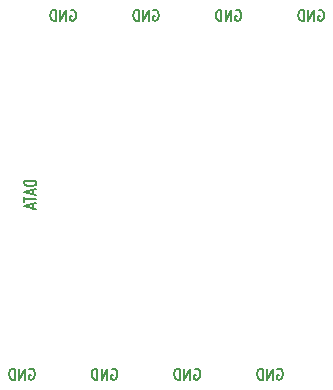
<source format=gbr>
G04 #@! TF.GenerationSoftware,KiCad,Pcbnew,(5.1.9)-1*
G04 #@! TF.CreationDate,2021-03-27T20:31:15-07:00*
G04 #@! TF.ProjectId,nibelung,6e696265-6c75-46e6-972e-6b696361645f,rev?*
G04 #@! TF.SameCoordinates,PX621abf0PY7065700*
G04 #@! TF.FileFunction,Other,ECO2*
%FSLAX46Y46*%
G04 Gerber Fmt 4.6, Leading zero omitted, Abs format (unit mm)*
G04 Created by KiCad (PCBNEW (5.1.9)-1) date 2021-03-27 20:31:15*
%MOMM*%
%LPD*%
G01*
G04 APERTURE LIST*
%ADD10C,0.190500*%
G04 APERTURE END LIST*
D10*
X9649276Y31851600D02*
X9726685Y31895143D01*
X9842800Y31895143D01*
X9958914Y31851600D01*
X10036323Y31764515D01*
X10075028Y31677429D01*
X10113733Y31503258D01*
X10113733Y31372629D01*
X10075028Y31198458D01*
X10036323Y31111372D01*
X9958914Y31024286D01*
X9842800Y30980743D01*
X9765390Y30980743D01*
X9649276Y31024286D01*
X9610571Y31067829D01*
X9610571Y31372629D01*
X9765390Y31372629D01*
X9262228Y30980743D02*
X9262228Y31895143D01*
X8797771Y30980743D01*
X8797771Y31895143D01*
X8410723Y30980743D02*
X8410723Y31895143D01*
X8217200Y31895143D01*
X8101085Y31851600D01*
X8023676Y31764515D01*
X7984971Y31677429D01*
X7946266Y31503258D01*
X7946266Y31372629D01*
X7984971Y31198458D01*
X8023676Y31111372D01*
X8101085Y31024286D01*
X8217200Y30980743D01*
X8410723Y30980743D01*
X16649276Y31851600D02*
X16726685Y31895143D01*
X16842800Y31895143D01*
X16958914Y31851600D01*
X17036323Y31764515D01*
X17075028Y31677429D01*
X17113733Y31503258D01*
X17113733Y31372629D01*
X17075028Y31198458D01*
X17036323Y31111372D01*
X16958914Y31024286D01*
X16842800Y30980743D01*
X16765390Y30980743D01*
X16649276Y31024286D01*
X16610571Y31067829D01*
X16610571Y31372629D01*
X16765390Y31372629D01*
X16262228Y30980743D02*
X16262228Y31895143D01*
X15797771Y30980743D01*
X15797771Y31895143D01*
X15410723Y30980743D02*
X15410723Y31895143D01*
X15217200Y31895143D01*
X15101085Y31851600D01*
X15023676Y31764515D01*
X14984971Y31677429D01*
X14946266Y31503258D01*
X14946266Y31372629D01*
X14984971Y31198458D01*
X15023676Y31111372D01*
X15101085Y31024286D01*
X15217200Y30980743D01*
X15410723Y30980743D01*
X23649276Y31851600D02*
X23726685Y31895143D01*
X23842800Y31895143D01*
X23958914Y31851600D01*
X24036323Y31764515D01*
X24075028Y31677429D01*
X24113733Y31503258D01*
X24113733Y31372629D01*
X24075028Y31198458D01*
X24036323Y31111372D01*
X23958914Y31024286D01*
X23842800Y30980743D01*
X23765390Y30980743D01*
X23649276Y31024286D01*
X23610571Y31067829D01*
X23610571Y31372629D01*
X23765390Y31372629D01*
X23262228Y30980743D02*
X23262228Y31895143D01*
X22797771Y30980743D01*
X22797771Y31895143D01*
X22410723Y30980743D02*
X22410723Y31895143D01*
X22217200Y31895143D01*
X22101085Y31851600D01*
X22023676Y31764515D01*
X21984971Y31677429D01*
X21946266Y31503258D01*
X21946266Y31372629D01*
X21984971Y31198458D01*
X22023676Y31111372D01*
X22101085Y31024286D01*
X22217200Y30980743D01*
X22410723Y30980743D01*
X30649276Y31851600D02*
X30726685Y31895143D01*
X30842800Y31895143D01*
X30958914Y31851600D01*
X31036323Y31764515D01*
X31075028Y31677429D01*
X31113733Y31503258D01*
X31113733Y31372629D01*
X31075028Y31198458D01*
X31036323Y31111372D01*
X30958914Y31024286D01*
X30842800Y30980743D01*
X30765390Y30980743D01*
X30649276Y31024286D01*
X30610571Y31067829D01*
X30610571Y31372629D01*
X30765390Y31372629D01*
X30262228Y30980743D02*
X30262228Y31895143D01*
X29797771Y30980743D01*
X29797771Y31895143D01*
X29410723Y30980743D02*
X29410723Y31895143D01*
X29217200Y31895143D01*
X29101085Y31851600D01*
X29023676Y31764515D01*
X28984971Y31677429D01*
X28946266Y31503258D01*
X28946266Y31372629D01*
X28984971Y31198458D01*
X29023676Y31111372D01*
X29101085Y31024286D01*
X29217200Y30980743D01*
X29410723Y30980743D01*
X27149276Y1473200D02*
X27226685Y1516743D01*
X27342800Y1516743D01*
X27458914Y1473200D01*
X27536323Y1386115D01*
X27575028Y1299029D01*
X27613733Y1124858D01*
X27613733Y994229D01*
X27575028Y820058D01*
X27536323Y732972D01*
X27458914Y645886D01*
X27342800Y602343D01*
X27265390Y602343D01*
X27149276Y645886D01*
X27110571Y689429D01*
X27110571Y994229D01*
X27265390Y994229D01*
X26762228Y602343D02*
X26762228Y1516743D01*
X26297771Y602343D01*
X26297771Y1516743D01*
X25910723Y602343D02*
X25910723Y1516743D01*
X25717200Y1516743D01*
X25601085Y1473200D01*
X25523676Y1386115D01*
X25484971Y1299029D01*
X25446266Y1124858D01*
X25446266Y994229D01*
X25484971Y820058D01*
X25523676Y732972D01*
X25601085Y645886D01*
X25717200Y602343D01*
X25910723Y602343D01*
X20149276Y1473200D02*
X20226685Y1516743D01*
X20342800Y1516743D01*
X20458914Y1473200D01*
X20536323Y1386115D01*
X20575028Y1299029D01*
X20613733Y1124858D01*
X20613733Y994229D01*
X20575028Y820058D01*
X20536323Y732972D01*
X20458914Y645886D01*
X20342800Y602343D01*
X20265390Y602343D01*
X20149276Y645886D01*
X20110571Y689429D01*
X20110571Y994229D01*
X20265390Y994229D01*
X19762228Y602343D02*
X19762228Y1516743D01*
X19297771Y602343D01*
X19297771Y1516743D01*
X18910723Y602343D02*
X18910723Y1516743D01*
X18717200Y1516743D01*
X18601085Y1473200D01*
X18523676Y1386115D01*
X18484971Y1299029D01*
X18446266Y1124858D01*
X18446266Y994229D01*
X18484971Y820058D01*
X18523676Y732972D01*
X18601085Y645886D01*
X18717200Y602343D01*
X18910723Y602343D01*
X6149276Y1473200D02*
X6226685Y1516743D01*
X6342800Y1516743D01*
X6458914Y1473200D01*
X6536323Y1386115D01*
X6575028Y1299029D01*
X6613733Y1124858D01*
X6613733Y994229D01*
X6575028Y820058D01*
X6536323Y732972D01*
X6458914Y645886D01*
X6342800Y602343D01*
X6265390Y602343D01*
X6149276Y645886D01*
X6110571Y689429D01*
X6110571Y994229D01*
X6265390Y994229D01*
X5762228Y602343D02*
X5762228Y1516743D01*
X5297771Y602343D01*
X5297771Y1516743D01*
X4910723Y602343D02*
X4910723Y1516743D01*
X4717200Y1516743D01*
X4601085Y1473200D01*
X4523676Y1386115D01*
X4484971Y1299029D01*
X4446266Y1124858D01*
X4446266Y994229D01*
X4484971Y820058D01*
X4523676Y732972D01*
X4601085Y645886D01*
X4717200Y602343D01*
X4910723Y602343D01*
X13149276Y1473200D02*
X13226685Y1516743D01*
X13342800Y1516743D01*
X13458914Y1473200D01*
X13536323Y1386115D01*
X13575028Y1299029D01*
X13613733Y1124858D01*
X13613733Y994229D01*
X13575028Y820058D01*
X13536323Y732972D01*
X13458914Y645886D01*
X13342800Y602343D01*
X13265390Y602343D01*
X13149276Y645886D01*
X13110571Y689429D01*
X13110571Y994229D01*
X13265390Y994229D01*
X12762228Y602343D02*
X12762228Y1516743D01*
X12297771Y602343D01*
X12297771Y1516743D01*
X11910723Y602343D02*
X11910723Y1516743D01*
X11717200Y1516743D01*
X11601085Y1473200D01*
X11523676Y1386115D01*
X11484971Y1299029D01*
X11446266Y1124858D01*
X11446266Y994229D01*
X11484971Y820058D01*
X11523676Y732972D01*
X11601085Y645886D01*
X11717200Y602343D01*
X11910723Y602343D01*
X6733419Y17399000D02*
X5717419Y17399000D01*
X5717419Y17217572D01*
X5765800Y17108715D01*
X5862561Y17036143D01*
X5959323Y16999858D01*
X6152847Y16963572D01*
X6297990Y16963572D01*
X6491514Y16999858D01*
X6588276Y17036143D01*
X6685038Y17108715D01*
X6733419Y17217572D01*
X6733419Y17399000D01*
X6443133Y16673286D02*
X6443133Y16310429D01*
X6733419Y16745858D02*
X5717419Y16491858D01*
X6733419Y16237858D01*
X5717419Y16092715D02*
X5717419Y15657286D01*
X6733419Y15875000D02*
X5717419Y15875000D01*
X6443133Y15439572D02*
X6443133Y15076715D01*
X6733419Y15512143D02*
X5717419Y15258143D01*
X6733419Y15004143D01*
M02*

</source>
